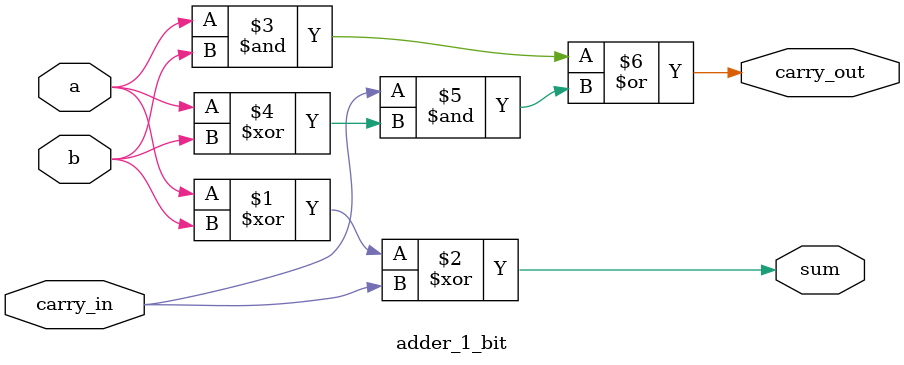
<source format=v>
module adder_1_bit(
    input a,
    input b,
    input carry_in,
    output sum,
    output carry_out
);

assign sum = a ^ b ^ carry_in;
assign carry_out = (a & b) | (carry_in & (a ^ b));

endmodule

</source>
